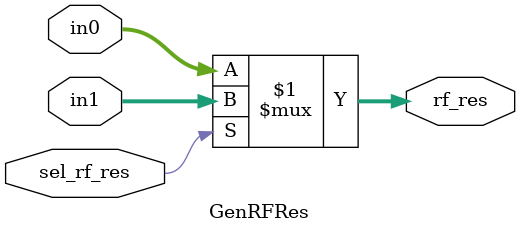
<source format=v>
`timescale 1ns/10ps
module GenRFRes(
	input [31:0] in0, //in0对应ALU计算结果alu_res
	input [31:0] in1, //in1对应从RAM读出的load操作返回值ld_res
	input sel_rf_res,  //选择信号 1选择DRAM输出 0对应ALU输出
	output [31:0] rf_res //数据输出
	);

assign rf_res = sel_rf_res ? in1 : in0;

endmodule
</source>
